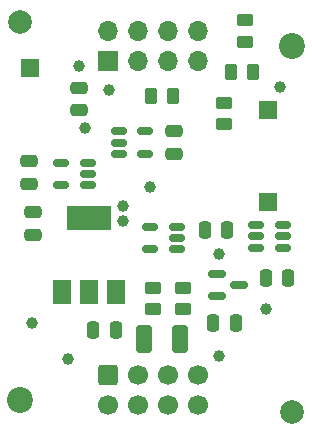
<source format=gbr>
%TF.GenerationSoftware,KiCad,Pcbnew,(7.0.0)*%
%TF.CreationDate,2023-04-05T21:34:04+03:00*%
%TF.ProjectId,cncd-esp01-board,636e6364-2d65-4737-9030-312d626f6172,rev?*%
%TF.SameCoordinates,Original*%
%TF.FileFunction,Soldermask,Top*%
%TF.FilePolarity,Negative*%
%FSLAX46Y46*%
G04 Gerber Fmt 4.6, Leading zero omitted, Abs format (unit mm)*
G04 Created by KiCad (PCBNEW (7.0.0)) date 2023-04-05 21:34:04*
%MOMM*%
%LPD*%
G01*
G04 APERTURE LIST*
G04 Aperture macros list*
%AMRoundRect*
0 Rectangle with rounded corners*
0 $1 Rounding radius*
0 $2 $3 $4 $5 $6 $7 $8 $9 X,Y pos of 4 corners*
0 Add a 4 corners polygon primitive as box body*
4,1,4,$2,$3,$4,$5,$6,$7,$8,$9,$2,$3,0*
0 Add four circle primitives for the rounded corners*
1,1,$1+$1,$2,$3*
1,1,$1+$1,$4,$5*
1,1,$1+$1,$6,$7*
1,1,$1+$1,$8,$9*
0 Add four rect primitives between the rounded corners*
20,1,$1+$1,$2,$3,$4,$5,0*
20,1,$1+$1,$4,$5,$6,$7,0*
20,1,$1+$1,$6,$7,$8,$9,0*
20,1,$1+$1,$8,$9,$2,$3,0*%
G04 Aperture macros list end*
%ADD10RoundRect,0.250000X-0.412500X-0.925000X0.412500X-0.925000X0.412500X0.925000X-0.412500X0.925000X0*%
%ADD11R,1.500000X2.000000*%
%ADD12R,3.800000X2.000000*%
%ADD13C,2.000000*%
%ADD14RoundRect,0.150000X-0.512500X-0.150000X0.512500X-0.150000X0.512500X0.150000X-0.512500X0.150000X0*%
%ADD15RoundRect,0.150000X0.512500X0.150000X-0.512500X0.150000X-0.512500X-0.150000X0.512500X-0.150000X0*%
%ADD16RoundRect,0.250000X-0.475000X0.250000X-0.475000X-0.250000X0.475000X-0.250000X0.475000X0.250000X0*%
%ADD17RoundRect,0.150000X-0.587500X-0.150000X0.587500X-0.150000X0.587500X0.150000X-0.587500X0.150000X0*%
%ADD18RoundRect,0.250000X0.475000X-0.250000X0.475000X0.250000X-0.475000X0.250000X-0.475000X-0.250000X0*%
%ADD19RoundRect,0.250000X-0.250000X-0.475000X0.250000X-0.475000X0.250000X0.475000X-0.250000X0.475000X0*%
%ADD20C,2.200000*%
%ADD21RoundRect,0.250000X0.250000X0.475000X-0.250000X0.475000X-0.250000X-0.475000X0.250000X-0.475000X0*%
%ADD22RoundRect,0.250000X0.450000X-0.262500X0.450000X0.262500X-0.450000X0.262500X-0.450000X-0.262500X0*%
%ADD23RoundRect,0.250000X-0.450000X0.262500X-0.450000X-0.262500X0.450000X-0.262500X0.450000X0.262500X0*%
%ADD24RoundRect,0.250000X-0.262500X-0.450000X0.262500X-0.450000X0.262500X0.450000X-0.262500X0.450000X0*%
%ADD25R,1.500000X1.500000*%
%ADD26RoundRect,0.250000X-0.600000X0.600000X-0.600000X-0.600000X0.600000X-0.600000X0.600000X0.600000X0*%
%ADD27C,1.700000*%
%ADD28R,1.700000X1.700000*%
%ADD29O,1.700000X1.700000*%
%ADD30C,1.000000*%
G04 APERTURE END LIST*
D10*
%TO.C,C9*%
X13448500Y-29845000D03*
X16523500Y-29845000D03*
%TD*%
D11*
%TO.C,U2*%
X6528999Y-25882999D03*
X8828999Y-25882999D03*
D12*
X8828999Y-19582999D03*
D11*
X11128999Y-25882999D03*
%TD*%
D13*
%TO.C,T2*%
X26000000Y-36000000D03*
%TD*%
D14*
%TO.C,U4*%
X11308500Y-12258000D03*
X11308500Y-13208000D03*
X11308500Y-14158000D03*
X13583500Y-14158000D03*
X13583500Y-12258000D03*
%TD*%
D15*
%TO.C,U6*%
X25206500Y-22098000D03*
X25206500Y-21148000D03*
X25206500Y-20198000D03*
X22931500Y-20198000D03*
X22931500Y-21148000D03*
X22931500Y-22098000D03*
%TD*%
D13*
%TO.C,T1*%
X3000000Y-3000000D03*
%TD*%
D16*
%TO.C,C8*%
X8000000Y-8550000D03*
X8000000Y-10450000D03*
%TD*%
D17*
%TO.C,U1*%
X19624000Y-24323000D03*
X19624000Y-26223000D03*
X21499000Y-25273000D03*
%TD*%
D18*
%TO.C,C4*%
X3749000Y-16698000D03*
X3749000Y-14798000D03*
%TD*%
D19*
%TO.C,C1*%
X19309000Y-28448000D03*
X21209000Y-28448000D03*
%TD*%
D15*
%TO.C,U5*%
X8696500Y-16830500D03*
X8696500Y-15880500D03*
X8696500Y-14930500D03*
X6421500Y-14930500D03*
X6421500Y-16830500D03*
%TD*%
D20*
%TO.C,REF\u002A\u002A*%
X26000000Y-5000000D03*
%TD*%
D16*
%TO.C,C5*%
X16002000Y-12258000D03*
X16002000Y-14158000D03*
%TD*%
D20*
%TO.C,REF\u002A\u002A*%
X3000000Y-35000000D03*
%TD*%
D21*
%TO.C,C2*%
X11049000Y-29083000D03*
X9149000Y-29083000D03*
%TD*%
D22*
%TO.C,R2*%
X14224000Y-27328500D03*
X14224000Y-25503500D03*
%TD*%
D21*
%TO.C,C7*%
X20508000Y-20574000D03*
X18608000Y-20574000D03*
%TD*%
D23*
%TO.C,R6*%
X22000000Y-2837500D03*
X22000000Y-4662500D03*
%TD*%
D22*
%TO.C,R4*%
X20250000Y-11662500D03*
X20250000Y-9837500D03*
%TD*%
D24*
%TO.C,R5*%
X20837500Y-7250000D03*
X22662500Y-7250000D03*
%TD*%
D21*
%TO.C,C6*%
X25654000Y-24638000D03*
X23754000Y-24638000D03*
%TD*%
D25*
%TO.C,SW1*%
X23999999Y-18249999D03*
X23999999Y-10449999D03*
%TD*%
D24*
%TO.C,R3*%
X14087500Y-9250000D03*
X15912500Y-9250000D03*
%TD*%
D22*
%TO.C,R1*%
X16764000Y-27328500D03*
X16764000Y-25503500D03*
%TD*%
D25*
%TO.C,REF\u002A\u002A*%
X3809999Y-6857999D03*
%TD*%
D16*
%TO.C,C3*%
X4064000Y-19116000D03*
X4064000Y-21016000D03*
%TD*%
D15*
%TO.C,U3*%
X16256000Y-22220000D03*
X16256000Y-21270000D03*
X16256000Y-20320000D03*
X13981000Y-20320000D03*
X13981000Y-22220000D03*
%TD*%
D26*
%TO.C,J2*%
X10414000Y-32893000D03*
D27*
X10414000Y-35433000D03*
X12954000Y-32893000D03*
X12954000Y-35433000D03*
X15494000Y-32893000D03*
X15494000Y-35433000D03*
X18034000Y-32893000D03*
X18034000Y-35433000D03*
%TD*%
D28*
%TO.C,J1*%
X10449999Y-6289999D03*
D29*
X10449999Y-3749999D03*
X12989999Y-6289999D03*
X12989999Y-3749999D03*
X15529999Y-6289999D03*
X15529999Y-3749999D03*
X18069999Y-6289999D03*
X18069999Y-3749999D03*
%TD*%
D30*
X19812000Y-31242000D03*
X23749000Y-27305000D03*
X14000000Y-17000000D03*
X4000000Y-28500000D03*
X8500000Y-12000000D03*
X7000000Y-31500000D03*
X11684000Y-19812000D03*
X10500000Y-8750000D03*
X8000000Y-6750000D03*
X19812000Y-22606000D03*
X25000000Y-8500000D03*
X11684000Y-18542000D03*
M02*

</source>
